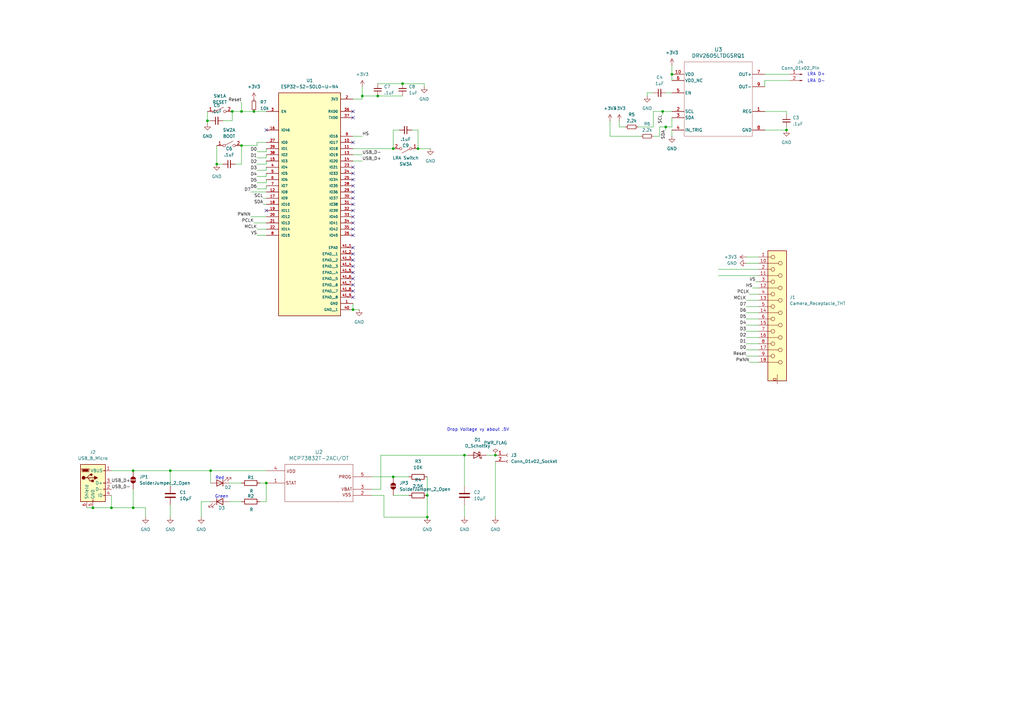
<source format=kicad_sch>
(kicad_sch (version 20231120) (generator "eeschema") (generator_version "8.0")
  (paper "A3")
  (lib_symbols
    (symbol "2025-03-16_03-04-28:DRV2605LTDGSRQ1" (pin_names (offset 0.254))
      (property "Reference" "U" (at 0 2.54 0))
      (property "Value" "DRV2605LTDGSRQ1" (at 0 0 0))
      (symbol "DRV2605LTDGSRQ1_0_1"
        (polyline (pts (xy -12.7 -15.24) (xy 15.24 -15.24)) (stroke (width 0.1016)))
        (polyline (pts (xy -12.7 15.24) (xy -12.7 -15.24)) (stroke (width 0.1016)))
        (polyline (pts (xy 15.24 -15.24) (xy 15.24 15.24)) (stroke (width 0.1016)))
        (polyline (pts (xy 15.24 15.24) (xy -12.7 15.24)) (stroke (width 0.1016)))
        (pin power_in line (at 20.32 -5.08 180) (length 5.08) (name "REG") (number "1"))
        (pin power_in line (at -17.78 10.16 0) (length 5.08) (name "VDD") (number "10"))
        (pin input line (at -17.78 -5.08 0) (length 5.08) (name "SCL") (number "2"))
        (pin bidirectional line (at -17.78 -7.62 0) (length 5.08) (name "SDA") (number "3"))
        (pin input line (at -17.78 -12.7 0) (length 5.08) (name "IN_TRIG") (number "4"))
        (pin input line (at -17.78 2.54 0) (length 5.08) (name "EN") (number "5"))
        (pin power_in line (at -17.78 7.62 0) (length 5.08) (name "VDD_NC") (number "6"))
        (pin output line (at 20.32 10.16 180) (length 5.08) (name "OUT+") (number "7"))
        (pin power_in line (at 20.32 -12.7 180) (length 5.08) (name "GND") (number "8"))
        (pin output line (at 20.32 5.08 180) (length 5.08) (name "OUT-") (number "9"))
      )
    )
    (symbol "AdafruitMC:MCP73832T-2ACI_OT" (pin_names (offset 0.254))
      (property "Reference" "U1" (at 21.59 10.16 0))
      (property "Value" "MCP73832T-2ACI/OT" (at 21.59 7.62 0))
      (symbol "MCP73832T-2ACI_OT_0_1"
        (polyline (pts (xy 7.62 -10.16) (xy 35.56 -10.16)) (stroke (width 0.127)))
        (polyline (pts (xy 7.62 5.08) (xy 7.62 -10.16)) (stroke (width 0.127)))
        (polyline (pts (xy 35.56 -10.16) (xy 35.56 5.08)) (stroke (width 0.127)))
        (polyline (pts (xy 35.56 5.08) (xy 7.62 5.08)) (stroke (width 0.127)))
        (pin unspecified line (at 0 -2.54 0) (length 7.62) (name "") (number "1"))
        (pin unspecified line (at 43.18 -7.62 180) (length 7.62) (name "") (number "2"))
        (pin unspecified line (at 43.18 -5.08 180) (length 7.62) (name "") (number "3"))
        (pin unspecified line (at 0 2.54 0) (length 7.62) (name "") (number "4"))
        (pin unspecified line (at 43.18 0 180) (length 7.62) (name "") (number "5"))
      )
      (symbol "MCP73832T-2ACI_OT_1_1"
        (text "PROG\n" (at 32.258 0 0) (effects (font (size 1.27 1.27))))
        (text "STAT\n" (at 10.16 -2.54 0) (effects (font (size 1.27 1.27))))
        (text "VBAT\n" (at 33.02 -5.08 0) (effects (font (size 1.27 1.27))))
        (text "VDD\n" (at 10.16 2.286 0) (effects (font (size 1.27 1.27))))
        (text "VSS\n" (at 33.02 -7.366 0) (effects (font (size 1.27 1.27))))
      )
    )
    (symbol "Connector:Conn_01x02_Pin" (pin_names (offset 1.016) hide)
      (property "Reference" "J" (at 0 2.54 0))
      (property "Value" "Conn_01x02_Pin" (at 0 -5.08 0))
      (symbol "Conn_01x02_Pin_1_1"
        (polyline (pts (xy 1.27 -2.54) (xy 0.8636 -2.54)) (stroke (width 0.1524)))
        (polyline (pts (xy 1.27 0) (xy 0.8636 0)) (stroke (width 0.1524)))
        (rectangle (start 0.8636 -2.413) (end 0 -2.667) (stroke (width 0.1524)) (fill (type outline)))
        (rectangle (start 0.8636 0.127) (end 0 -0.127) (stroke (width 0.1524)) (fill (type outline)))
        (pin passive line (at 5.08 0 180) (length 3.81) (name "Pin_1") (number "1"))
        (pin passive line (at 5.08 -2.54 180) (length 3.81) (name "Pin_2") (number "2"))
      )
    )
    (symbol "Connector:Conn_01x02_Socket" (pin_names (offset 1.016) hide)
      (property "Reference" "J" (at 0 2.54 0))
      (property "Value" "Conn_01x02_Socket" (at 0 -5.08 0))
      (symbol "Conn_01x02_Socket_1_1"
        (arc (start 0 -2.032) (mid -0.5058 -2.54) (end 0 -3.048) (stroke (width 0.1524)))
        (polyline (pts (xy -1.27 -2.54) (xy -0.508 -2.54)) (stroke (width 0.1524)))
        (polyline (pts (xy -1.27 0) (xy -0.508 0)) (stroke (width 0.1524)))
        (arc (start 0 0.508) (mid -0.5058 0) (end 0 -0.508) (stroke (width 0.1524)))
        (pin passive line (at -5.08 0 0) (length 3.81) (name "Pin_1") (number "1"))
        (pin passive line (at -5.08 -2.54 0) (length 3.81) (name "Pin_2") (number "2"))
      )
    )
    (symbol "Connector:DA15_Receptacle_MountingHoles" (pin_names (offset 1.016) hide)
      (property "Reference" "J2" (at 5.08 1.2701 0))
      (property "Value" "Camera_Receptacle_THT" (at 5.08 -1.2699 0))
      (symbol "DA15_Receptacle_MountingHoles_0_1"
        (circle (center -1.778 -22.86) (radius 0.762))
        (circle (center -1.778 -17.78) (radius 0.762))
        (circle (center -1.778 -12.7) (radius 0.762))
        (circle (center -1.778 -7.62) (radius 0.762))
        (circle (center -1.778 -2.54) (radius 0.762))
        (circle (center -1.778 2.54) (radius 0.762))
        (circle (center -1.778 7.62) (radius 0.762))
        (circle (center -1.778 12.7) (radius 0.762))
        (circle (center -1.778 17.78) (radius 0.762))
        (polyline (pts (xy -3.81 -25.4) (xy 0.508 -25.4)))
        (polyline (pts (xy -3.81 -22.86) (xy -2.54 -22.86)))
        (polyline (pts (xy -3.81 -20.32) (xy 0.508 -20.32)))
        (polyline (pts (xy -3.81 -17.78) (xy -2.54 -17.78)))
        (polyline (pts (xy -3.81 -15.24) (xy 0.508 -15.24)))
        (polyline (pts (xy -3.81 -12.7) (xy -2.54 -12.7)))
        (polyline (pts (xy -3.81 -10.16) (xy 0.508 -10.16)))
        (polyline (pts (xy -3.81 -7.62) (xy -2.54 -7.62)))
        (polyline (pts (xy -3.81 -5.08) (xy 0.508 -5.08)))
        (polyline (pts (xy -3.81 -2.54) (xy -2.54 -2.54)))
        (polyline (pts (xy -3.81 0) (xy 0.508 0)))
        (polyline (pts (xy -3.81 2.54) (xy -2.54 2.54)))
        (polyline (pts (xy -3.81 5.08) (xy 0.508 5.08)))
        (polyline (pts (xy -3.81 7.62) (xy -2.54 7.62)))
        (polyline (pts (xy -3.81 10.16) (xy 0.508 10.16)))
        (polyline (pts (xy -3.81 12.7) (xy -2.54 12.7)))
        (polyline (pts (xy -3.81 15.24) (xy 0.508 15.24)))
        (polyline (pts (xy -3.81 17.78) (xy -2.54 17.78)))
        (polyline (pts (xy -3.81 20.32) (xy 3.81 20.32) (xy 3.81 -33.02) (xy -3.81 -33.02) (xy -3.81 20.32)) (stroke (width 0.254)) (fill (type background)))
        (circle (center 1.27 -25.4) (radius 0.762))
        (circle (center 1.27 -20.32) (radius 0.762))
        (circle (center 1.27 -15.24) (radius 0.762))
        (circle (center 1.27 -10.16) (radius 0.762))
        (circle (center 1.27 -5.08) (radius 0.762))
        (circle (center 1.27 0) (radius 0.762))
        (circle (center 1.27 5.08) (radius 0.762))
        (circle (center 1.27 10.16) (radius 0.762))
        (circle (center 1.27 15.24) (radius 0.762))
      )
      (symbol "DA15_Receptacle_MountingHoles_1_1"
        (pin passive line (at 0 -34.29 90) (length 3.81) (name "PAD") (number "0"))
        (pin passive line (at -7.62 17.78 0) (length 3.81) (name "3V3") (number "1"))
        (pin passive line (at -7.62 15.24 0) (length 3.81) (name "GND") (number "10"))
        (pin passive line (at -7.62 10.16 0) (length 3.81) (name "SDA") (number "11"))
        (pin passive line (at -7.62 5.08 0) (length 3.81) (name "HS") (number "12"))
        (pin passive line (at -7.62 0 0) (length 3.81) (name "MCLK") (number "13"))
        (pin passive line (at -7.62 -5.08 0) (length 3.81) (name "D6") (number "14"))
        (pin passive line (at -7.62 -10.16 0) (length 3.81) (name "D4") (number "15"))
        (pin passive line (at -7.62 -15.24 0) (length 3.81) (name "D2") (number "16"))
        (pin passive line (at -7.62 -20.32 0) (length 3.81) (name "D0") (number "17"))
        (pin passive line (at -7.62 -25.4 0) (length 3.81) (name "PWNN") (number "18"))
        (pin passive line (at -7.62 12.7 0) (length 3.81) (name "SCL") (number "2"))
        (pin passive line (at -7.62 7.62 0) (length 3.81) (name "VS") (number "3"))
        (pin passive line (at -7.62 2.54 0) (length 3.81) (name "PCLK") (number "4"))
        (pin passive line (at -7.62 -2.54 0) (length 3.81) (name "D7") (number "5"))
        (pin passive line (at -7.62 -7.62 0) (length 3.81) (name "D5") (number "6"))
        (pin passive line (at -7.62 -12.7 0) (length 3.81) (name "D3") (number "7"))
        (pin passive line (at -7.62 -17.78 0) (length 3.81) (name "D1") (number "8"))
        (pin passive line (at -7.62 -22.86 0) (length 3.81) (name "RST") (number "9"))
      )
    )
    (symbol "Connector:USB_B_Micro" (pin_names (offset 1.016))
      (property "Reference" "J" (at -5.08 11.43 0))
      (property "Value" "USB_B_Micro" (at -5.08 8.89 0))
      (symbol "USB_B_Micro_0_1"
        (rectangle (start -5.08 -7.62) (end 5.08 7.62) (stroke (width 0.254)) (fill (type background)))
        (circle (center -3.81 2.159) (radius 0.635) (stroke (width 0.254)) (fill (type outline)))
        (circle (center -0.635 3.429) (radius 0.381) (stroke (width 0.254)) (fill (type outline)))
        (rectangle (start -0.127 -7.62) (end 0.127 -6.858))
        (polyline (pts (xy -1.905 2.159) (xy 0.635 2.159)) (stroke (width 0.254)))
        (polyline (pts (xy -3.175 2.159) (xy -2.54 2.159) (xy -1.27 3.429) (xy -0.635 3.429)) (stroke (width 0.254)))
        (polyline (pts (xy -2.54 2.159) (xy -1.905 2.159) (xy -1.27 0.889) (xy 0 0.889)) (stroke (width 0.254)))
        (polyline (pts (xy 0.635 2.794) (xy 0.635 1.524) (xy 1.905 2.159) (xy 0.635 2.794)) (stroke (width 0.254)) (fill (type outline)))
        (polyline (pts (xy -4.318 5.588) (xy -1.778 5.588) (xy -2.032 4.826) (xy -4.064 4.826) (xy -4.318 5.588)) (fill (type outline)))
        (polyline (pts (xy -4.699 5.842) (xy -4.699 5.588) (xy -4.445 4.826) (xy -4.445 4.572) (xy -1.651 4.572) (xy -1.651 4.826) (xy -1.397 5.588) (xy -1.397 5.842) (xy -4.699 5.842)))
        (rectangle (start 0.254 1.27) (end -0.508 0.508) (stroke (width 0.254)) (fill (type outline)))
        (rectangle (start 5.08 -5.207) (end 4.318 -4.953))
        (rectangle (start 5.08 -2.667) (end 4.318 -2.413))
        (rectangle (start 5.08 -0.127) (end 4.318 0.127))
        (rectangle (start 5.08 4.953) (end 4.318 5.207))
      )
      (symbol "USB_B_Micro_1_1"
        (pin power_out line (at 7.62 5.08 180) (length 2.54) (name "VBUS") (number "1"))
        (pin bidirectional line (at 7.62 -2.54 180) (length 2.54) (name "D-") (number "2"))
        (pin bidirectional line (at 7.62 0 180) (length 2.54) (name "D+") (number "3"))
        (pin passive line (at 7.62 -5.08 180) (length 2.54) (name "ID") (number "4"))
        (pin power_out line (at 0 -10.16 90) (length 2.54) (name "GND") (number "5"))
        (pin passive line (at -2.54 -10.16 90) (length 2.54) (name "Shield") (number "6"))
      )
    )
    (symbol "Device:C" (pin_numbers hide) (pin_names (offset 0.254))
      (property "Reference" "C" (at 0.635 2.54 0))
      (property "Value" "C" (at 0.635 -2.54 0))
      (symbol "C_0_1"
        (polyline (pts (xy -2.032 -0.762) (xy 2.032 -0.762)) (stroke (width 0.508)))
        (polyline (pts (xy -2.032 0.762) (xy 2.032 0.762)) (stroke (width 0.508)))
      )
      (symbol "C_1_1"
        (pin passive line (at 0 3.81 270) (length 2.794) (name "~") (number "1"))
        (pin passive line (at 0 -3.81 90) (length 2.794) (name "~") (number "2"))
      )
    )
    (symbol "Device:C_Small" (pin_numbers hide) (pin_names (offset 0.254) hide)
      (property "Reference" "C" (at 0.254 1.778 0))
      (property "Value" "C_Small" (at 0.254 -2.032 0))
      (symbol "C_Small_0_1"
        (polyline (pts (xy -1.524 -0.508) (xy 1.524 -0.508)) (stroke (width 0.3302)))
        (polyline (pts (xy -1.524 0.508) (xy 1.524 0.508)) (stroke (width 0.3048)))
      )
      (symbol "C_Small_1_1"
        (pin passive line (at 0 2.54 270) (length 2.032) (name "~") (number "1"))
        (pin passive line (at 0 -2.54 90) (length 2.032) (name "~") (number "2"))
      )
    )
    (symbol "Device:D_Schottky" (pin_numbers hide) (pin_names (offset 1.016) hide)
      (property "Reference" "D" (at 0 2.54 0))
      (property "Value" "D_Schottky" (at 0 -2.54 0))
      (symbol "D_Schottky_0_1"
        (polyline (pts (xy 1.27 0) (xy -1.27 0)))
        (polyline (pts (xy 1.27 1.27) (xy 1.27 -1.27) (xy -1.27 0) (xy 1.27 1.27)) (stroke (width 0.254)))
        (polyline (pts (xy -1.905 0.635) (xy -1.905 1.27) (xy -1.27 1.27) (xy -1.27 -1.27) (xy -0.635 -1.27) (xy -0.635 -0.635)) (stroke (width 0.254)))
      )
      (symbol "D_Schottky_1_1"
        (pin passive line (at -3.81 0 0) (length 2.54) (name "K") (number "1"))
        (pin passive line (at 3.81 0 180) (length 2.54) (name "A") (number "2"))
      )
    )
    (symbol "Device:LED" (pin_numbers hide) (pin_names (offset 1.016) hide)
      (property "Reference" "D" (at 0 2.54 0))
      (property "Value" "LED" (at 0 -2.54 0))
      (symbol "LED_0_1"
        (polyline (pts (xy -1.27 -1.27) (xy -1.27 1.27)) (stroke (width 0.254)))
        (polyline (pts (xy -1.27 0) (xy 1.27 0)))
        (polyline (pts (xy 1.27 -1.27) (xy 1.27 1.27) (xy -1.27 0) (xy 1.27 -1.27)) (stroke (width 0.254)))
        (polyline (pts (xy -3.048 -0.762) (xy -4.572 -2.286) (xy -3.81 -2.286) (xy -4.572 -2.286) (xy -4.572 -1.524)))
        (polyline (pts (xy -1.778 -0.762) (xy -3.302 -2.286) (xy -2.54 -2.286) (xy -3.302 -2.286) (xy -3.302 -1.524)))
      )
      (symbol "LED_1_1"
        (pin passive line (at -3.81 0 0) (length 2.54) (name "K") (number "1"))
        (pin passive line (at 3.81 0 180) (length 2.54) (name "A") (number "2"))
      )
    )
    (symbol "Device:R" (pin_numbers hide) (pin_names (offset 0))
      (property "Reference" "R" (at 2.032 0 90))
      (property "Value" "R" (at 0 0 90))
      (symbol "R_0_1"
        (rectangle (start -1.016 -2.54) (end 1.016 2.54) (stroke (width 0.254)))
      )
      (symbol "R_1_1"
        (pin passive line (at 0 3.81 270) (length 1.27) (name "~") (number "1"))
        (pin passive line (at 0 -3.81 90) (length 1.27) (name "~") (number "2"))
      )
    )
    (symbol "Device:R_Small" (pin_numbers hide) (pin_names (offset 0.254) hide)
      (property "Reference" "R" (at 0.762 0.508 0))
      (property "Value" "R_Small" (at 0.762 -1.016 0))
      (symbol "R_Small_0_1"
        (rectangle (start -0.762 1.778) (end 0.762 -1.778) (stroke (width 0.2032)))
      )
      (symbol "R_Small_1_1"
        (pin passive line (at 0 2.54 270) (length 0.762) (name "~") (number "1"))
        (pin passive line (at 0 -2.54 90) (length 0.762) (name "~") (number "2"))
      )
    )
    (symbol "FootprintnSymbol:ESP32-S2-SOLO-U-N4" (pin_names (offset 1.016))
      (property "Reference" "U" (at -12.7 33.782 0))
      (property "Value" "ESP32-S2-SOLO-U-N4" (at -12.7 -60.96 0))
      (symbol "ESP32-S2-SOLO-U-N4_0_0"
        (rectangle (start -12.7 -58.42) (end 12.7 33.02) (stroke (width 0.254)) (fill (type background)))
        (pin power_in line (at 17.78 -53.34 180) (length 5.08) (name "GND") (number "1"))
        (pin bidirectional line (at 17.78 12.7 180) (length 5.08) (name "IO17") (number "10"))
        (pin bidirectional line (at 17.78 10.16 180) (length 5.08) (name "IO18") (number "11"))
        (pin bidirectional line (at -17.78 -7.62 0) (length 5.08) (name "IO8") (number "12"))
        (pin bidirectional line (at 17.78 7.62 180) (length 5.08) (name "IO19") (number "13"))
        (pin bidirectional line (at 17.78 5.08 180) (length 5.08) (name "IO20") (number "14"))
        (pin bidirectional line (at -17.78 5.08 0) (length 5.08) (name "IO3") (number "15"))
        (pin input line (at -17.78 17.78 0) (length 5.08) (name "IO46") (number "16"))
        (pin bidirectional line (at -17.78 -10.16 0) (length 5.08) (name "IO9") (number "17"))
        (pin bidirectional line (at -17.78 -12.7 0) (length 5.08) (name "IO10") (number "18"))
        (pin bidirectional line (at -17.78 -15.24 0) (length 5.08) (name "IO11") (number "19"))
        (pin power_in line (at 17.78 30.48 180) (length 5.08) (name "3V3") (number "2"))
        (pin bidirectional line (at -17.78 -17.78 0) (length 5.08) (name "IO12") (number "20"))
        (pin bidirectional line (at -17.78 -20.32 0) (length 5.08) (name "IO13") (number "21"))
        (pin bidirectional line (at -17.78 -22.86 0) (length 5.08) (name "IO14") (number "22"))
        (pin bidirectional line (at 17.78 2.54 180) (length 5.08) (name "IO21") (number "23"))
        (pin bidirectional line (at 17.78 0 180) (length 5.08) (name "IO33") (number "24"))
        (pin bidirectional line (at 17.78 -2.54 180) (length 5.08) (name "IO34") (number "25"))
        (pin bidirectional line (at 17.78 -25.4 180) (length 5.08) (name "IO45") (number "26"))
        (pin bidirectional line (at -17.78 12.7 0) (length 5.08) (name "IO0") (number "27"))
        (pin bidirectional line (at 17.78 -5.08 180) (length 5.08) (name "IO35") (number "28"))
        (pin bidirectional line (at 17.78 -7.62 180) (length 5.08) (name "IO36") (number "29"))
        (pin input line (at -17.78 25.4 0) (length 5.08) (name "EN") (number "3"))
        (pin bidirectional line (at 17.78 -10.16 180) (length 5.08) (name "IO37") (number "30"))
        (pin bidirectional line (at 17.78 -12.7 180) (length 5.08) (name "IO38") (number "31"))
        (pin bidirectional line (at 17.78 -15.24 180) (length 5.08) (name "IO39") (number "32"))
        (pin bidirectional line (at 17.78 -17.78 180) (length 5.08) (name "IO40") (number "33"))
        (pin bidirectional line (at 17.78 -20.32 180) (length 5.08) (name "IO41") (number "34"))
        (pin bidirectional line (at 17.78 -22.86 180) (length 5.08) (name "IO42") (number "35"))
        (pin bidirectional line (at 17.78 25.4 180) (length 5.08) (name "RXD0") (number "36"))
        (pin bidirectional line (at 17.78 22.86 180) (length 5.08) (name "TXD0") (number "37"))
        (pin bidirectional line (at -17.78 7.62 0) (length 5.08) (name "IO2") (number "38"))
        (pin bidirectional line (at -17.78 10.16 0) (length 5.08) (name "IO1") (number "39"))
        (pin bidirectional line (at -17.78 2.54 0) (length 5.08) (name "IO4") (number "4"))
        (pin power_in line (at 17.78 -55.88 180) (length 5.08) (name "GND__1") (number "40"))
        (pin power_in line (at 17.78 -30.48 180) (length 5.08) (name "EPAD") (number "41_1"))
        (pin power_in line (at 17.78 -33.02 180) (length 5.08) (name "EPAD__1") (number "41_2"))
        (pin power_in line (at 17.78 -35.56 180) (length 5.08) (name "EPAD__2") (number "41_3"))
        (pin power_in line (at 17.78 -38.1 180) (length 5.08) (name "EPAD__3") (number "41_4"))
        (pin power_in line (at 17.78 -40.64 180) (length 5.08) (name "EPAD__4") (number "41_5"))
        (pin power_in line (at 17.78 -43.18 180) (length 5.08) (name "EPAD__5") (number "41_6"))
        (pin power_in line (at 17.78 -45.72 180) (length 5.08) (name "EPAD__6") (number "41_7"))
        (pin power_in line (at 17.78 -48.26 180) (length 5.08) (name "EPAD__7") (number "41_8"))
        (pin power_in line (at 17.78 -50.8 180) (length 5.08) (name "EPAD__8") (number "41_9"))
        (pin bidirectional line (at -17.78 0 0) (length 5.08) (name "IO5") (number "5"))
        (pin bidirectional line (at -17.78 -2.54 0) (length 5.08) (name "IO6") (number "6"))
        (pin bidirectional line (at -17.78 -5.08 0) (length 5.08) (name "IO7") (number "7"))
        (pin bidirectional line (at -17.78 -25.4 0) (length 5.08) (name "IO15") (number "8"))
        (pin bidirectional line (at 17.78 15.24 180) (length 5.08) (name "IO16") (number "9"))
      )
    )
    (symbol "Jumper:SolderJumper_2_Open" (pin_numbers hide) (pin_names (offset 0) hide) (exclude_from_sim yes) (in_bom no)
      (property "Reference" "JP" (at 0 2.032 0))
      (property "Value" "SolderJumper_2_Open" (at 0 -2.54 0))
      (symbol "SolderJumper_2_Open_0_1"
        (arc (start -0.254 1.016) (mid -1.2656 0) (end -0.254 -1.016))
        (arc (start -0.254 1.016) (mid -1.2656 0) (end -0.254 -1.016) (fill (type outline)))
        (polyline (pts (xy -0.254 1.016) (xy -0.254 -1.016)))
        (polyline (pts (xy 0.254 1.016) (xy 0.254 -1.016)))
        (arc (start 0.254 -1.016) (mid 1.2656 0) (end 0.254 1.016))
        (arc (start 0.254 -1.016) (mid 1.2656 0) (end 0.254 1.016) (fill (type outline)))
      )
      (symbol "SolderJumper_2_Open_1_1"
        (pin passive line (at -3.81 0 0) (length 2.54) (name "A") (number "1"))
        (pin passive line (at 3.81 0 180) (length 2.54) (name "B") (number "2"))
      )
    )
    (symbol "Switch:SW_DPST_x2" (pin_names (offset 0) hide)
      (property "Reference" "SW" (at 0 3.175 0))
      (property "Value" "SW_DPST_x2" (at 0 -2.54 0))
      (symbol "SW_DPST_x2_0_0"
        (circle (center -2.032 0) (radius 0.508))
        (polyline (pts (xy -1.524 0.254) (xy 1.524 1.778)))
        (circle (center 2.032 0) (radius 0.508))
      )
      (symbol "SW_DPST_x2_1_1"
        (pin passive line (at -5.08 0 0) (length 2.54) (name "A") (number "1"))
        (pin passive line (at 5.08 0 180) (length 2.54) (name "B") (number "2"))
      )
      (symbol "SW_DPST_x2_2_1"
        (pin passive line (at -5.08 0 0) (length 2.54) (name "A") (number "3"))
        (pin passive line (at 5.08 0 180) (length 2.54) (name "B") (number "4"))
      )
    )
    (symbol "power:+3V3" (power) (pin_numbers hide) (pin_names (offset 0) hide)
      (property "Value" "+3V3" (at 0 3.556 0))
      (symbol "+3V3_0_1"
        (polyline (pts (xy -0.762 1.27) (xy 0 2.54)))
        (polyline (pts (xy 0 0) (xy 0 2.54)))
        (polyline (pts (xy 0 2.54) (xy 0.762 1.27)))
      )
      (symbol "+3V3_1_1"
        (pin power_in line (at 0 0 90) (length 0) (name "~") (number "1"))
      )
    )
    (symbol "power:GND" (power) (pin_numbers hide) (pin_names (offset 0) hide)
      (property "Value" "GND" (at 0 -3.81 0))
      (symbol "GND_0_1"
        (polyline (pts (xy 0 0) (xy 0 -1.27) (xy 1.27 -1.27) (xy 0 -2.54) (xy -1.27 -1.27) (xy 0 -1.27)))
      )
      (symbol "GND_1_1"
        (pin power_in line (at 0 0 270) (length 0) (name "~") (number "1"))
      )
    )
    (symbol "power:PWR_FLAG" (power) (pin_numbers hide) (pin_names (offset 0) hide)
      (property "Value" "PWR_FLAG" (at 0 3.81 0))
      (symbol "PWR_FLAG_0_0"
        (pin power_out line (at 0 0 90) (length 0) (name "~") (number "1"))
      )
      (symbol "PWR_FLAG_0_1"
        (polyline (pts (xy 0 0) (xy 0 1.27) (xy -1.016 1.905) (xy 0 2.54) (xy 1.016 1.905) (xy 0 1.27)))
      )
    )
  )
  (junction (at 54.61 193.04))
  (junction (at 175.26 212.09))
  (junction (at 322.58 53.34))
  (junction (at 190.5 186.69))
  (junction (at 161.29 60.96))
  (junction (at 165.1 34.29))
  (junction (at 271.78 45.72))
  (junction (at 104.14 45.72))
  (junction (at 99.06 59.69))
  (junction (at 85.09 49.53))
  (junction (at 95.25 45.72))
  (junction (at 109.22 198.12))
  (junction (at 54.61 208.28))
  (junction (at 45.72 208.28))
  (junction (at 38.1 208.28))
  (junction (at 99.06 45.72))
  (junction (at 69.85 193.04))
  (junction (at 175.26 203.2))
  (junction (at 161.29 195.58))
  (junction (at 203.2 186.69))
  (junction (at 86.36 193.04))
  (junction (at 148.59 39.37))
  (junction (at 144.78 127))
  (junction (at 171.45 60.96))
  (junction (at 154.94 39.37))
  (junction (at 88.9 67.31))
  (junction (at 275.59 30.48))
  (junction (at 273.05 52.07))
  (no_connect (at 144.78 86.36))
  (no_connect (at 144.78 91.44))
  (no_connect (at 144.78 109.22))
  (no_connect (at 144.78 101.6))
  (no_connect (at 144.78 71.12))
  (no_connect (at 144.78 104.14))
  (no_connect (at 144.78 73.66))
  (no_connect (at 144.78 88.9))
  (no_connect (at 109.22 53.34))
  (no_connect (at 144.78 58.42))
  (no_connect (at 144.78 116.84))
  (no_connect (at 144.78 121.92))
  (no_connect (at 144.78 48.26))
  (no_connect (at 144.78 96.52))
  (no_connect (at 144.78 45.72))
  (no_connect (at 144.78 114.3))
  (no_connect (at 144.78 111.76))
  (no_connect (at 144.78 106.68))
  (no_connect (at 144.78 78.74))
  (no_connect (at 144.78 83.82))
  (no_connect (at 144.78 93.98))
  (no_connect (at 144.78 119.38))
  (no_connect (at 144.78 81.28))
  (no_connect (at 109.22 86.36))
  (no_connect (at 144.78 68.58))
  (no_connect (at 144.78 76.2))
  (wire (pts (xy 82.55 205.74) (xy 82.55 212.09)))
  (wire (pts (xy 309.88 115.57) (xy 311.15 115.57)))
  (wire (pts (xy 86.36 193.04) (xy 86.36 198.12)))
  (wire (pts (xy 161.29 53.34) (xy 163.83 53.34)))
  (wire (pts (xy 54.61 200.66) (xy 54.61 208.28)))
  (wire (pts (xy 144.78 66.04) (xy 148.59 66.04)))
  (wire (pts (xy 105.41 69.85) (xy 109.22 69.85)))
  (wire (pts (xy 38.1 208.28) (xy 45.72 208.28)))
  (wire (pts (xy 152.4 200.66) (xy 156.21 200.66)))
  (wire (pts (xy 102.87 88.9) (xy 109.22 88.9)))
  (wire (pts (xy 95.25 45.72) (xy 95.25 49.53)))
  (wire (pts (xy 109.22 69.85) (xy 109.22 68.58)))
  (wire (pts (xy 35.56 208.28) (xy 38.1 208.28)))
  (wire (pts (xy 156.21 200.66) (xy 156.21 186.69)))
  (wire (pts (xy 265.43 38.1) (xy 265.43 39.37)))
  (wire (pts (xy 161.29 195.58) (xy 167.64 195.58)))
  (wire (pts (xy 106.68 198.12) (xy 109.22 198.12)))
  (wire (pts (xy 69.85 207.01) (xy 69.85 212.09)))
  (wire (pts (xy 322.58 52.07) (xy 322.58 53.34)))
  (wire (pts (xy 69.85 193.04) (xy 69.85 199.39)))
  (wire (pts (xy 161.29 203.2) (xy 167.64 203.2)))
  (wire (pts (xy 267.97 52.07) (xy 261.62 52.07)))
  (wire (pts (xy 203.2 189.23) (xy 203.2 212.09)))
  (wire (pts (xy 105.41 67.31) (xy 109.22 67.31)))
  (wire (pts (xy 275.59 52.07) (xy 275.59 48.26)))
  (wire (pts (xy 306.07 133.35) (xy 311.15 133.35)))
  (wire (pts (xy 109.22 77.47) (xy 109.22 76.2)))
  (wire (pts (xy 275.59 26.67) (xy 275.59 30.48)))
  (wire (pts (xy 294.64 110.49) (xy 311.15 110.49)))
  (wire (pts (xy 93.98 205.74) (xy 99.06 205.74)))
  (wire (pts (xy 267.97 55.88) (xy 270.51 55.88)))
  (wire (pts (xy 156.21 186.69) (xy 190.5 186.69)))
  (wire (pts (xy 144.78 127) (xy 147.32 127)))
  (wire (pts (xy 105.41 62.23) (xy 109.22 62.23)))
  (wire (pts (xy 88.9 59.69) (xy 88.9 67.31)))
  (wire (pts (xy 144.78 63.5) (xy 148.59 63.5)))
  (wire (pts (xy 45.72 193.04) (xy 54.61 193.04)))
  (wire (pts (xy 86.36 205.74) (xy 82.55 205.74)))
  (wire (pts (xy 307.34 120.65) (xy 311.15 120.65)))
  (wire (pts (xy 54.61 208.28) (xy 59.69 208.28)))
  (wire (pts (xy 45.72 203.2) (xy 45.72 208.28)))
  (wire (pts (xy 85.09 49.53) (xy 86.36 49.53)))
  (wire (pts (xy 307.34 148.59) (xy 311.15 148.59)))
  (wire (pts (xy 152.4 203.2) (xy 157.48 203.2)))
  (wire (pts (xy 154.94 39.37) (xy 165.1 39.37)))
  (wire (pts (xy 106.68 205.74) (xy 109.22 205.74)))
  (wire (pts (xy 313.69 30.48) (xy 323.85 30.48)))
  (wire (pts (xy 306.07 123.19) (xy 311.15 123.19)))
  (wire (pts (xy 99.06 45.72) (xy 104.14 45.72)))
  (wire (pts (xy 308.61 118.11) (xy 311.15 118.11)))
  (wire (pts (xy 175.26 212.09) (xy 175.26 203.2)))
  (wire (pts (xy 250.19 49.53) (xy 250.19 55.88)))
  (wire (pts (xy 99.06 59.69) (xy 105.41 59.69)))
  (wire (pts (xy 306.07 105.41) (xy 311.15 105.41)))
  (wire (pts (xy 144.78 124.46) (xy 144.78 127)))
  (wire (pts (xy 306.07 128.27) (xy 311.15 128.27)))
  (wire (pts (xy 191.77 186.69) (xy 190.5 186.69)))
  (wire (pts (xy 306.07 138.43) (xy 311.15 138.43)))
  (wire (pts (xy 91.44 49.53) (xy 95.25 49.53)))
  (wire (pts (xy 306.07 130.81) (xy 311.15 130.81)))
  (wire (pts (xy 271.78 46.99) (xy 271.78 45.72)))
  (wire (pts (xy 313.69 53.34) (xy 322.58 53.34)))
  (wire (pts (xy 267.97 38.1) (xy 265.43 38.1)))
  (wire (pts (xy 256.54 52.07) (xy 254 52.07)))
  (wire (pts (xy 152.4 195.58) (xy 161.29 195.58)))
  (wire (pts (xy 102.87 78.74) (xy 109.22 78.74)))
  (wire (pts (xy 144.78 60.96) (xy 161.29 60.96)))
  (wire (pts (xy 313.69 35.56) (xy 313.69 33.02)))
  (wire (pts (xy 171.45 60.96) (xy 171.45 53.34)))
  (wire (pts (xy 45.72 208.28) (xy 54.61 208.28)))
  (wire (pts (xy 105.41 59.69) (xy 105.41 58.42)))
  (wire (pts (xy 85.09 49.53) (xy 85.09 50.8)))
  (wire (pts (xy 109.22 64.77) (xy 109.22 63.5)))
  (wire (pts (xy 157.48 203.2) (xy 157.48 212.09)))
  (wire (pts (xy 105.41 77.47) (xy 109.22 77.47)))
  (wire (pts (xy 93.98 198.12) (xy 99.06 198.12)))
  (wire (pts (xy 148.59 39.37) (xy 154.94 39.37)))
  (wire (pts (xy 105.41 93.98) (xy 109.22 93.98)))
  (wire (pts (xy 161.29 60.96) (xy 161.29 53.34)))
  (wire (pts (xy 144.78 55.88) (xy 148.59 55.88)))
  (wire (pts (xy 306.07 140.97) (xy 311.15 140.97)))
  (wire (pts (xy 109.22 72.39) (xy 109.22 71.12)))
  (wire (pts (xy 306.07 125.73) (xy 311.15 125.73)))
  (wire (pts (xy 306.07 107.95) (xy 311.15 107.95)))
  (wire (pts (xy 175.26 195.58) (xy 175.26 203.2)))
  (wire (pts (xy 171.45 53.34) (xy 168.91 53.34)))
  (wire (pts (xy 85.09 45.72) (xy 85.09 49.53)))
  (wire (pts (xy 165.1 34.29) (xy 173.99 34.29)))
  (wire (pts (xy 104.14 91.44) (xy 109.22 91.44)))
  (wire (pts (xy 157.48 212.09) (xy 175.26 212.09)))
  (wire (pts (xy 105.41 72.39) (xy 109.22 72.39)))
  (wire (pts (xy 190.5 207.01) (xy 190.5 212.09)))
  (wire (pts (xy 313.69 33.02) (xy 323.85 33.02)))
  (wire (pts (xy 262.89 55.88) (xy 250.19 55.88)))
  (wire (pts (xy 59.69 208.28) (xy 59.69 212.09)))
  (wire (pts (xy 190.5 186.69) (xy 190.5 199.39)))
  (wire (pts (xy 54.61 193.04) (xy 69.85 193.04)))
  (wire (pts (xy 105.41 96.52) (xy 109.22 96.52)))
  (wire (pts (xy 267.97 45.72) (xy 271.78 45.72)))
  (wire (pts (xy 104.14 45.72) (xy 109.22 45.72)))
  (wire (pts (xy 105.41 74.93) (xy 109.22 74.93)))
  (wire (pts (xy 109.22 198.12) (xy 109.22 205.74)))
  (wire (pts (xy 107.95 81.28) (xy 109.22 81.28)))
  (wire (pts (xy 148.59 39.37) (xy 148.59 40.64)))
  (wire (pts (xy 154.94 34.29) (xy 165.1 34.29)))
  (wire (pts (xy 107.95 83.82) (xy 109.22 83.82)))
  (wire (pts (xy 109.22 62.23) (xy 109.22 60.96)))
  (wire (pts (xy 148.59 35.56) (xy 148.59 39.37)))
  (wire (pts (xy 275.59 53.34) (xy 275.59 55.88)))
  (wire (pts (xy 271.78 45.72) (xy 275.59 45.72)))
  (wire (pts (xy 306.07 143.51) (xy 311.15 143.51)))
  (wire (pts (xy 322.58 45.72) (xy 322.58 46.99)))
  (wire (pts (xy 273.05 38.1) (xy 275.59 38.1)))
  (wire (pts (xy 267.97 45.72) (xy 267.97 52.07)))
  (wire (pts (xy 109.22 67.31) (xy 109.22 66.04)))
  (wire (pts (xy 105.41 64.77) (xy 109.22 64.77)))
  (wire (pts (xy 99.06 59.69) (xy 99.06 67.31)))
  (wire (pts (xy 254 49.53) (xy 254 52.07)))
  (wire (pts (xy 275.59 30.48) (xy 275.59 33.02)))
  (wire (pts (xy 306.07 135.89) (xy 311.15 135.89)))
  (wire (pts (xy 176.53 60.96) (xy 171.45 60.96)))
  (wire (pts (xy 173.99 34.29) (xy 173.99 35.56)))
  (wire (pts (xy 313.69 45.72) (xy 322.58 45.72)))
  (wire (pts (xy 270.51 52.07) (xy 270.51 55.88)))
  (wire (pts (xy 95.25 45.72) (xy 99.06 45.72)))
  (wire (pts (xy 99.06 67.31) (xy 96.52 67.31)))
  (wire (pts (xy 199.39 186.69) (xy 203.2 186.69)))
  (wire (pts (xy 273.05 53.34) (xy 273.05 52.07)))
  (wire (pts (xy 306.07 146.05) (xy 311.15 146.05)))
  (wire (pts (xy 86.36 193.04) (xy 69.85 193.04)))
  (wire (pts (xy 99.06 41.91) (xy 99.06 45.72)))
  (wire (pts (xy 105.41 58.42) (xy 109.22 58.42)))
  (wire (pts (xy 88.9 67.31) (xy 91.44 67.31)))
  (wire (pts (xy 109.22 74.93) (xy 109.22 73.66)))
  (wire (pts (xy 275.59 52.07) (xy 273.05 52.07)))
  (wire (pts (xy 294.64 113.03) (xy 311.15 113.03)))
  (wire (pts (xy 109.22 193.04) (xy 86.36 193.04)))
  (wire (pts (xy 273.05 52.07) (xy 270.51 52.07)))
  (wire (pts (xy 148.59 40.64) (xy 144.78 40.64)))
  (text "LRA D-\n\n" (at 334.772 34.29 0) (effects (font (size 1.27 1.27))))
  (text "Green\n" (at 90.932 203.708 0) (effects (font (size 1.27 1.27))))
  (text "LRA D+" (at 334.772 30.48 0) (effects (font (size 1.27 1.27))))
  (text "Drop Voltage vy about .5V\n" (at 196.088 176.276 0) (effects (font (size 1.27 1.27))))
  (text "Red" (at 90.17 196.088 0) (effects (font (size 1.27 1.27))))
  (label "D7" (at 102.87 78.74 180))
  (label "SDA" (at 273.05 53.34 270))
  (label "MCLK" (at 306.07 123.19 180))
  (label "D1" (at 306.07 140.97 180))
  (label "D3" (at 105.41 69.85 180))
  (label "Reset" (at 306.07 146.05 180))
  (label "D5" (at 306.07 130.81 180))
  (label "Reset" (at 99.06 41.91 180))
  (label "D7" (at 306.07 125.73 180))
  (label "D4" (at 306.07 133.35 180))
  (label "PWNN" (at 307.34 148.59 180))
  (label "VS" (at 105.41 96.52 180))
  (label "D6" (at 105.41 77.47 180))
  (label "USB_D+" (at 45.72 198.12 0))
  (label "D6" (at 306.07 128.27 180))
  (label "SCL" (at 107.95 81.28 180))
  (label "D4" (at 105.41 72.39 180))
  (label "MCLK" (at 105.41 93.98 180))
  (label "D0" (at 105.41 62.23 180))
  (label "D3" (at 306.07 135.89 180))
  (label "USB_D-" (at 148.59 63.5 0))
  (label "PWNN" (at 102.87 88.9 180))
  (label "D0" (at 306.07 143.51 180))
  (label "D2" (at 306.07 138.43 180))
  (label "USB_D+" (at 148.59 66.04 0))
  (label "SDA" (at 107.95 83.82 180))
  (label "VS" (at 309.88 115.57 180))
  (label "PCLK" (at 104.14 91.44 180))
  (label "USB_D-" (at 45.72 200.66 0))
  (label "D1" (at 105.41 64.77 180))
  (label "HS" (at 308.61 118.11 180))
  (label "PCLK" (at 307.34 120.65 180))
  (label "D2" (at 105.41 67.31 180))
  (label "D5" (at 105.41 74.93 180))
  (label "HS" (at 148.59 55.88 0))
  (label "SCL" (at 271.78 46.99 270))
  (symbol (lib_id "power:GND") (at 59.69 212.09 0) (unit 1)
    (property "Reference" "#PWR0101" (effects (hide yes)))
    (property "Value" "GND" (at 59.69 217.17 0))
    (property "Description" "Power symbol creates a global label with name \"GND\" , ground" (effects (hide yes)))
  )
  (symbol (lib_id "power:GND") (at 173.99 35.56 0) (unit 1)
    (property "Reference" "#PWR04" (effects (hide yes)))
    (property "Value" "GND" (at 173.99 40.64 0))
    (property "Description" "Power symbol creates a global label with name \"GND\" , ground" (effects (hide yes)))
  )
  (symbol (lib_id "Connector:Conn_01x02_Pin") (at 328.93 30.48 0) (mirror y) (unit 1)
    (property "Reference" "J4" (at 328.295 25.4 0))
    (property "Value" "Conn_01x02_Pin" (at 328.295 27.94 0))
    (property "Footprint" "ESP32_sym_footprint:CONN2_B2B-PH-K-S_JST" (effects (hide yes)))
    (property "Description" "Generic connector, single row, 01x02, script generated" (effects (hide yes)))
  )
  (symbol (lib_id "FootprintnSymbol:ESP32-S2-SOLO-U-N4") (at 127 71.12 0) (unit 1)
    (property "Reference" "U1" (at 127 33.02 0))
    (property "Value" "ESP32-S2-SOLO-U-N4" (at 127 35.56 0))
    (property "Footprint" "ESP32_sym_footprint:XCVR_ESP32-S2-SOLO-U-N4" (effects (hide yes)))
    (property "PARTREV" "1.4" (effects (hide yes)))
    (property "MANUFACTURER" "Espressif Systems" (effects (hide yes)))
    (property "SNAPEDA_PN" "ESP32-S2-SOLO-U-N4R2" (effects (hide yes)))
    (property "MAXIMUM_PACKAGE_HEIGHT" "3.35 mm" (effects (hide yes)))
    (property "STANDARD" "Manufacturer Recommendations" (effects (hide yes)))
  )
  (symbol (lib_id "power:+3V3") (at 104.14 40.64 0) (unit 1)
    (property "Reference" "#PWR01" (effects (hide yes)))
    (property "Value" "+3V3" (at 104.14 35.56 0))
    (property "Description" "Power symbol creates a global label with name \"+3V3\"" (effects (hide yes)))
  )
  (symbol (lib_id "power:GND") (at 147.32 127 0) (unit 1)
    (property "Reference" "#PWR05" (effects (hide yes)))
    (property "Value" "GND" (at 147.32 132.08 0))
    (property "Description" "Power symbol creates a global label with name \"GND\" , ground" (effects (hide yes)))
  )
  (symbol (lib_id "power:GND") (at 85.09 50.8 0) (unit 1)
    (property "Reference" "#PWR02" (effects (hide yes)))
    (property "Value" "GND" (at 85.09 55.88 0))
    (property "Description" "Power symbol creates a global label with name \"GND\" , ground" (effects (hide yes)))
  )
  (symbol (lib_id "Jumper:SolderJumper_2_Open") (at 161.29 199.39 90) (unit 1) (exclude_from_sim yes) (in_bom no)
    (property "Reference" "JP3" (at 163.83 198.1199 90) (effects (justify right)))
    (property "Value" "SolderJumper_2_Open" (at 163.83 200.6599 90) (effects (justify right)))
    (property "Footprint" "Jumper:SolderJumper-2_P1.3mm_Bridged2Bar_Pad1.0x1.5mm" (effects (hide yes)))
    (property "Description" "Solder Jumper, 2-pole, open" (effects (hide yes)))
  )
  (symbol (lib_id "Device:C_Small") (at 166.37 53.34 270) (unit 1)
    (property "Reference" "C9" (at 166.3637 59.69 90))
    (property "Value" ".1uF" (at 166.3637 57.15 90))
    (property "Footprint" "Capacitor_SMD:C_0603_1608Metric" (effects (hide yes)))
    (property "Description" "Unpolarized capacitor, small symbol" (effects (hide yes)))
  )
  (symbol (lib_id "power:GND") (at 176.53 60.96 0) (unit 1)
    (property "Reference" "#PWR08" (effects (hide yes)))
    (property "Value" "GND" (at 176.53 66.04 0))
    (property "Description" "Power symbol creates a global label with name \"GND\" , ground" (effects (hide yes)))
  )
  (symbol (lib_id "Device:R") (at 171.45 195.58 90) (unit 1)
    (property "Reference" "R3" (at 171.45 189.23 90))
    (property "Value" "10K" (at 171.45 191.77 90))
    (property "Footprint" "Resistor_SMD:R_0603_1608Metric_Pad0.98x0.95mm_HandSolder" (effects (hide yes)))
    (property "Description" "Resistor" (effects (hide yes)))
  )
  (symbol (lib_id "Switch:SW_DPST_x2") (at 166.37 60.96 180) (unit 1)
    (property "Reference" "SW3" (at 166.37 67.31 0))
    (property "Value" "LRA Switch" (at 166.37 64.77 0))
    (property "Footprint" "ESP32_sym_footprint:SW_TL59AF160Q_EWI" (effects (hide yes)))
    (property "Description" "Single Pole Single Throw (SPST) switch, separate symbol" (effects (hide yes)))
  )
  (symbol (lib_id "Connector:USB_B_Micro") (at 38.1 198.12 0) (unit 1)
    (property "Reference" "J2" (at 38.1 185.42 0))
    (property "Value" "USB_B_Micro" (at 38.1 187.96 0))
    (property "Footprint" "ESP32_sym_footprint:CONN_10118193-0001LF_AMP" (effects (hide yes)))
    (property "Description" "USB Micro Type B connector" (effects (hide yes)))
  )
  (symbol (lib_id "Device:D_Schottky") (at 195.58 186.69 180) (unit 1)
    (property "Reference" "D1" (at 195.8975 180.34 0))
    (property "Value" "D_Schottky" (at 195.8975 182.88 0))
    (property "Footprint" "ESP32_sym_footprint:DO-41_STM" (effects (hide yes)))
    (property "Description" "Schottky diode" (effects (hide yes)))
  )
  (symbol (lib_id "Connector:DA15_Receptacle_MountingHoles") (at 318.77 123.19 0) (unit 1)
    (property "Reference" "J1" (at 323.85 121.9199 0) (effects (justify left)))
    (property "Value" "Camera_Receptacle_THT" (at 323.85 124.4599 0) (effects (justify left)))
    (property "Description" "15-pin female receptacle socket D-SUB connector (low-density/2 columns), Mounting Hole" (effects (hide yes)))
  )
  (symbol (lib_id "AdafruitMC:MCP73832T-2ACI_OT") (at 109.22 195.58 0) (unit 1)
    (property "Reference" "U2" (at 130.81 185.42 0) (effects (font (size 1.524 1.524))))
    (property "Value" "MCP73832T-2ACI/OT" (at 130.81 187.96 0) (effects (font (size 1.524 1.524))))
    (property "Footprint" "ESP32_sym_footprint:SOT-23-5_MC_MCH" (effects (hide yes)))
    (property "Datasheet" "MCP73832T-2ACI/OT" (effects (hide yes)))
  )
  (symbol (lib_id "Device:C") (at 190.5 203.2 0) (unit 1)
    (property "Reference" "C2" (at 194.31 201.9299 0) (effects (justify left)))
    (property "Value" "10μF" (at 194.31 204.4699 0) (effects (justify left)))
    (property "Footprint" "Capacitor_SMD:C_0603_1608Metric_Pad1.08x0.95mm_HandSolder" (effects (hide yes)))
    (property "Description" "Unpolarized capacitor" (effects (hide yes)))
  )
  (symbol (lib_id "power:GND") (at 190.5 212.09 0) (unit 1)
    (property "Reference" "#PWR0111" (effects (hide yes)))
    (property "Value" "GND" (at 190.5 217.17 0))
    (property "Description" "Power symbol creates a global label with name \"GND\" , ground" (effects (hide yes)))
  )
  (symbol (lib_id "Device:LED") (at 90.17 198.12 180) (unit 1)
    (property "Reference" "D2" (at 93.472 199.898 0))
    (property "Value" "LED" (effects (hide yes)))
    (property "Footprint" "Diode_SMD:D_0603_1608Metric_Pad1.05x0.95mm_HandSolder" (effects (hide yes)))
    (property "Description" "Light emitting diode" (effects (hide yes)))
  )
  (symbol (lib_id "power:GND") (at 275.59 55.88 0) (unit 1)
    (property "Reference" "#PWR0108" (effects (hide yes)))
    (property "Value" "GND" (at 275.59 60.96 0))
    (property "Description" "Power symbol creates a global label with name \"GND\" , ground" (effects (hide yes)))
  )
  (symbol (lib_id "Device:C_Small") (at 93.98 67.31 90) (unit 1)
    (property "Reference" "C6" (at 93.9863 60.96 90))
    (property "Value" ".1uF" (at 93.9863 63.5 90))
    (property "Footprint" "Capacitor_SMD:C_0603_1608Metric" (effects (hide yes)))
    (property "Description" "Unpolarized capacitor, small symbol" (effects (hide yes)))
  )
  (symbol (lib_id "power:+3V3") (at 250.19 49.53 0) (unit 1)
    (property "Reference" "#PWR0106" (effects (hide yes)))
    (property "Value" "+3V3" (at 250.19 44.45 0))
    (property "Description" "Power symbol creates a global label with name \"+3V3\"" (effects (hide yes)))
  )
  (symbol (lib_id "Device:C_Small") (at 270.51 38.1 90) (unit 1)
    (property "Reference" "C4" (at 270.5163 31.75 90))
    (property "Value" "1uF" (at 270.5163 34.29 90))
    (property "Footprint" "Capacitor_SMD:C_0603_1608Metric" (effects (hide yes)))
    (property "Description" "Unpolarized capacitor, small symbol" (effects (hide yes)))
  )
  (symbol (lib_id "power:+3V3") (at 148.59 35.56 0) (unit 1)
    (property "Reference" "#PWR03" (effects (hide yes)))
    (property "Value" "+3V3" (at 148.59 30.48 0))
    (property "Description" "Power symbol creates a global label with name \"+3V3\"" (effects (hide yes)))
  )
  (symbol (lib_id "2025-03-16_03-04-28:DRV2605LTDGSRQ1") (at 293.37 40.64 0) (unit 1)
    (property "Reference" "U3" (at 294.64 20.32 0) (effects (font (size 1.524 1.524))))
    (property "Value" "DRV2605LTDGSRQ1" (at 294.64 22.86 0) (effects (font (size 1.524 1.524))))
    (property "Footprint" "ESP32_sym_footprint:DGS0010A_L" (effects (hide yes)))
    (property "Datasheet" "DRV2605LTDGSRQ1" (effects (hide yes)))
  )
  (symbol (lib_id "power:GND") (at 175.26 212.09 0) (unit 1)
    (property "Reference" "#PWR0110" (effects (hide yes)))
    (property "Value" "GND" (at 175.26 217.17 0))
    (property "Description" "Power symbol creates a global label with name \"GND\" , ground" (effects (hide yes)))
  )
  (symbol (lib_id "Jumper:SolderJumper_2_Open") (at 54.61 196.85 90) (unit 1) (exclude_from_sim yes) (in_bom no)
    (property "Reference" "JP1" (at 57.15 195.5799 90) (effects (justify right)))
    (property "Value" "SolderJumper_2_Open" (at 57.15 198.1199 90) (effects (justify right)))
    (property "Footprint" "Jumper:SolderJumper-2_P1.3mm_Bridged2Bar_Pad1.0x1.5mm" (effects (hide yes)))
    (property "Description" "Solder Jumper, 2-pole, open" (effects (hide yes)))
  )
  (symbol (lib_id "Device:R_Small") (at 265.43 55.88 90) (unit 1)
    (property "Reference" "R6" (at 265.43 50.8 90))
    (property "Value" "2.2k" (at 265.43 53.34 90))
    (property "Footprint" "Resistor_SMD:R_0805_2012Metric" (effects (hide yes)))
    (property "Description" "Resistor, small symbol" (effects (hide yes)))
  )
  (symbol (lib_id "Device:R") (at 171.45 203.2 270) (unit 1)
    (property "Reference" "R4" (at 171.45 196.85 90))
    (property "Value" "2.5K" (at 171.45 199.39 90))
    (property "Footprint" "Resistor_SMD:R_0603_1608Metric_Pad0.98x0.95mm_HandSolder" (effects (hide yes)))
    (property "Description" "Resistor" (effects (hide yes)))
  )
  (symbol (lib_id "Device:R") (at 102.87 205.74 90) (unit 1)
    (property "Reference" "R2" (at 102.87 203.454 90))
    (property "Value" "R" (at 103.124 209.042 90))
    (property "Footprint" "Resistor_SMD:R_0603_1608Metric_Pad0.98x0.95mm_HandSolder" (effects (hide yes)))
    (property "Description" "Resistor" (effects (hide yes)))
  )
  (symbol (lib_id "power:GND") (at 82.55 212.09 0) (unit 1)
    (property "Reference" "#PWR0102" (effects (hide yes)))
    (property "Value" "GND" (at 82.55 217.17 0))
    (property "Description" "Power symbol creates a global label with name \"GND\" , ground" (effects (hide yes)))
  )
  (symbol (lib_id "Switch:SW_DPST_x2") (at 90.17 45.72 0) (unit 1)
    (property "Reference" "SW1" (at 90.17 39.37 0))
    (property "Value" "RESET" (at 90.17 41.91 0))
    (property "Footprint" "ESP32_sym_footprint:SW_TL59AF160Q_EWI" (effects (hide yes)))
    (property "Description" "Single Pole Single Throw (SPST) switch, separate symbol" (effects (hide yes)))
  )
  (symbol (lib_id "power:GND") (at 69.85 212.09 0) (unit 1)
    (property "Reference" "#PWR0103" (effects (hide yes)))
    (property "Value" "GND" (at 69.85 217.17 0))
    (property "Description" "Power symbol creates a global label with name \"GND\" , ground" (effects (hide yes)))
  )
  (symbol (lib_id "Device:R_Small") (at 104.14 43.18 0) (unit 1)
    (property "Reference" "R7" (at 106.68 41.9099 0) (effects (justify left)))
    (property "Value" "10k" (at 106.68 44.4499 0) (effects (justify left)))
    (property "Footprint" "Resistor_SMD:R_0805_2012Metric" (effects (hide yes)))
    (property "Description" "Resistor, small symbol" (effects (hide yes)))
  )
  (symbol (lib_id "power:+3V3") (at 306.07 105.41 90) (unit 1)
    (property "Reference" "#PWR06" (effects (hide yes)))
    (property "Value" "+3V3" (at 302.26 105.4099 90) (effects (justify left)))
    (property "Description" "Power symbol creates a global label with name \"+3V3\"" (effects (hide yes)))
  )
  (symbol (lib_id "power:GND") (at 88.9 67.31 0) (unit 1)
    (property "Reference" "#PWR07" (effects (hide yes)))
    (property "Value" "GND" (at 88.9 72.39 0))
    (property "Description" "Power symbol creates a global label with name \"GND\" , ground" (effects (hide yes)))
  )
  (symbol (lib_id "Device:R_Small") (at 259.08 52.07 90) (unit 1)
    (property "Reference" "R5" (at 259.08 46.99 90))
    (property "Value" "2.2k" (at 259.08 49.53 90))
    (property "Footprint" "Resistor_SMD:R_0805_2012Metric" (effects (hide yes)))
    (property "Description" "Resistor, small symbol" (effects (hide yes)))
  )
  (symbol (lib_id "Device:C_Small") (at 165.1 36.83 180) (unit 1)
    (property "Reference" "C8" (at 167.64 35.5535 0) (effects (justify right)))
    (property "Value" "1uF" (at 167.64 38.0935 0) (effects (justify right)))
    (property "Footprint" "Capacitor_SMD:C_0603_1608Metric" (effects (hide yes)))
    (property "Description" "Unpolarized capacitor, small symbol" (effects (hide yes)))
  )
  (symbol (lib_id "Device:C_Small") (at 322.58 49.53 0) (unit 1)
    (property "Reference" "C3" (at 325.12 48.2662 0) (effects (justify left)))
    (property "Value" ".1uF" (at 325.12 50.8062 0) (effects (justify left)))
    (property "Footprint" "Capacitor_SMD:C_0603_1608Metric" (effects (hide yes)))
    (property "Description" "Unpolarized capacitor, small symbol" (effects (hide yes)))
  )
  (symbol (lib_id "power:GND") (at 306.07 107.95 270) (unit 1)
    (property "Reference" "#PWR09" (effects (hide yes)))
    (property "Value" "GND" (at 302.26 107.9499 90) (effects (justify right)))
    (property "Description" "Power symbol creates a global label with name \"GND\" , ground" (effects (hide yes)))
  )
  (symbol (lib_id "Device:C") (at 69.85 203.2 0) (unit 1)
    (property "Reference" "C1" (at 73.66 201.9299 0) (effects (justify left)))
    (property "Value" "10μF" (at 73.66 204.4699 0) (effects (justify left)))
    (property "Footprint" "Capacitor_SMD:C_0603_1608Metric_Pad1.08x0.95mm_HandSolder" (effects (hide yes)))
    (property "Description" "Unpolarized capacitor" (effects (hide yes)))
  )
  (symbol (lib_id "power:GND") (at 265.43 39.37 0) (unit 1)
    (property "Reference" "#PWR0107" (effects (hide yes)))
    (property "Value" "GND" (at 265.43 44.45 0))
    (property "Description" "Power symbol creates a global label with name \"GND\" , ground" (effects (hide yes)))
  )
  (symbol (lib_id "Device:LED") (at 90.17 205.74 0) (unit 1)
    (property "Reference" "D3" (at 90.932 208.28 0))
    (property "Value" "LED" (effects (hide yes)))
    (property "Footprint" "Diode_SMD:D_0603_1608Metric_Pad1.05x0.95mm_HandSolder" (effects (hide yes)))
    (property "Description" "Light emitting diode" (effects (hide yes)))
  )
  (symbol (lib_id "Device:C_Small") (at 88.9 49.53 90) (unit 1)
    (property "Reference" "C5" (at 88.9063 43.18 90))
    (property "Value" ".1uF" (at 88.9063 45.72 90))
    (property "Footprint" "Capacitor_SMD:C_0603_1608Metric" (effects (hide yes)))
    (property "Description" "Unpolarized capacitor, small symbol" (effects (hide yes)))
  )
  (symbol (lib_id "power:PWR_FLAG") (at 203.2 186.69 0) (unit 1)
    (property "Reference" "#FLG01" (effects (hide yes)))
    (property "Value" "PWR_FLAG" (at 203.2 181.61 0))
    (property "Description" "Special symbol for telling ERC where power comes from" (effects (hide yes)))
  )
  (symbol (lib_id "power:GND") (at 203.2 212.09 0) (unit 1)
    (property "Reference" "#PWR0112" (effects (hide yes)))
    (property "Value" "GND" (at 203.2 217.17 0))
    (property "Description" "Power symbol creates a global label with name \"GND\" , ground" (effects (hide yes)))
  )
  (symbol (lib_id "Switch:SW_DPST_x2") (at 93.98 59.69 0) (unit 1)
    (property "Reference" "SW2" (at 93.98 53.34 0))
    (property "Value" "BOOT" (at 93.98 55.88 0))
    (property "Footprint" "ESP32_sym_footprint:SW_TL59AF160Q_EWI" (effects (hide yes)))
    (property "Description" "Single Pole Single Throw (SPST) switch, separate symbol" (effects (hide yes)))
  )
  (symbol (lib_id "power:+3V3") (at 254 49.53 0) (unit 1)
    (property "Reference" "#PWR0105" (effects (hide yes)))
    (property "Value" "+3V3" (at 254 44.45 0))
    (property "Description" "Power symbol creates a global label with name \"+3V3\"" (effects (hide yes)))
  )
  (symbol (lib_id "Device:R") (at 102.87 198.12 90) (unit 1)
    (property "Reference" "R1" (at 102.87 195.834 90))
    (property "Value" "R" (at 103.124 201.422 90))
    (property "Footprint" "Resistor_SMD:R_0603_1608Metric_Pad0.98x0.95mm_HandSolder" (effects (hide yes)))
    (property "Description" "Resistor" (effects (hide yes)))
  )
  (symbol (lib_id "power:GND") (at 322.58 53.34 0) (unit 1)
    (property "Reference" "#PWR0109" (effects (hide yes)))
    (property "Value" "GND" (at 322.58 58.42 0))
    (property "Description" "Power symbol creates a global label with name \"GND\" , ground" (effects (hide yes)))
  )
  (symbol (lib_id "power:+3V3") (at 275.59 26.67 0) (unit 1)
    (property "Reference" "#PWR0104" (effects (hide yes)))
    (property "Value" "+3V3" (at 275.59 21.59 0))
    (property "Description" "Power symbol creates a global label with name \"+3V3\"" (effects (hide yes)))
  )
  (symbol (lib_id "Device:C_Small") (at 154.94 36.83 180) (unit 1)
    (property "Reference" "C7" (at 157.48 35.5535 0) (effects (justify right)))
    (property "Value" ".1uF" (at 157.48 38.0935 0) (effects (justify right)))
    (property "Footprint" "Capacitor_SMD:C_0603_1608Metric" (effects (hide yes)))
    (property "Description" "Unpolarized capacitor, small symbol" (effects (hide yes)))
  )
  (symbol (lib_id "Connector:Conn_01x02_Socket") (at 208.28 186.69 0) (unit 1)
    (property "Reference" "J3" (at 209.55 186.6899 0) (effects (justify left)))
    (property "Value" "Conn_01x02_Socket" (at 209.55 189.2299 0) (effects (justify left)))
    (property "Footprint" "ESP32_sym_footprint:CONN2_B2B-PH-K-S_JST" (effects (hide yes)))
    (property "Description" "Generic connector, single row, 01x02, script generated" (effects (hide yes)))
  )
)
</source>
